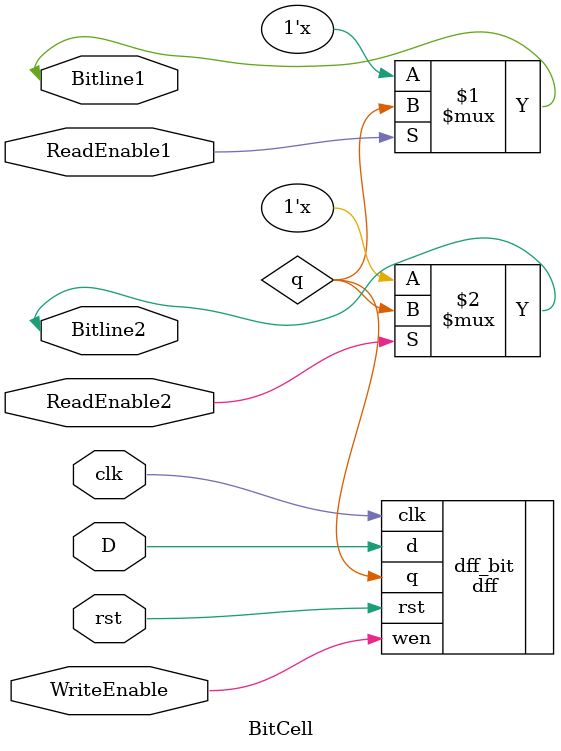
<source format=v>
module BitCell(input clk, input rst, input D, input WriteEnable, 
	input ReadEnable1, input ReadEnable2, inout Bitline1, inout Bitline2);

	wire q;

	// flop incoming data only when we write to this register
	dff dff_bit(.q(q), .d(D), .wen(WriteEnable), .clk(clk), .rst(rst));

	// read out only if we are asking to read from this register
	assign Bitline1 = ReadEnable1 ? q : 1'bz;
	assign Bitline2 = ReadEnable2 ? q : 1'bz;

endmodule
</source>
